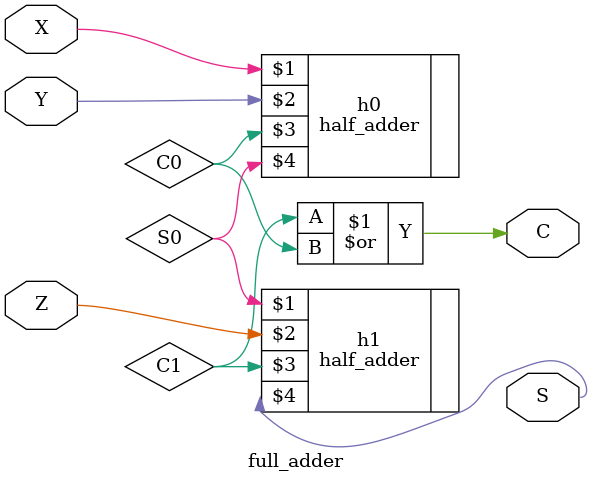
<source format=v>
module full_adder(
	input X,Y,Z,
	output C, S
);

	wire C0, C1;
	wire S0;

	// First half adder instance
	half_adder h0(X, Y, C0, S0);
	// Second half adder instance
	half_adder h1(S0, Z, C1, S);
	// Carry
	or(C, C1, C0);

endmodule

</source>
